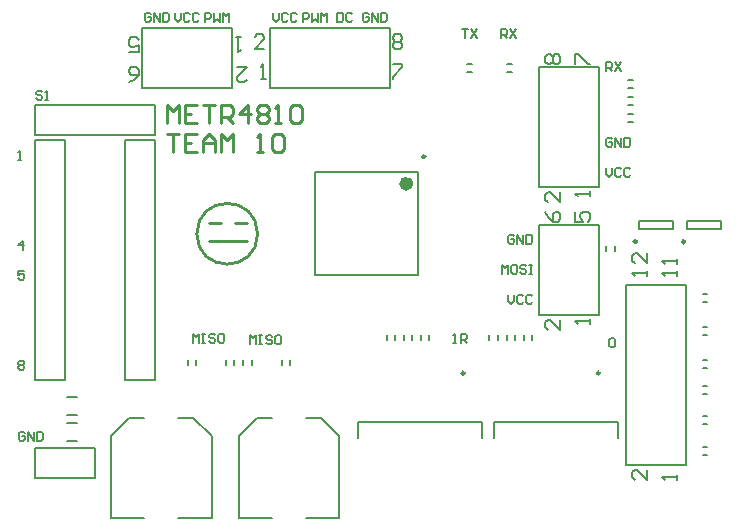
<source format=gto>
G04 Layer_Color=65535*
%FSLAX24Y24*%
%MOIN*%
G70*
G01*
G75*
%ADD21C,0.0100*%
%ADD27C,0.0098*%
%ADD28C,0.0236*%
%ADD29C,0.0079*%
%ADD30C,0.0080*%
%ADD31C,0.0050*%
D21*
X6512Y9600D02*
G03*
X6512Y9600I-1012J0D01*
G01*
X4900Y9950D02*
X5300D01*
X5750D02*
X6150D01*
X4900Y9350D02*
X6150D01*
X3489Y13279D02*
Y13879D01*
X3689Y13679D01*
X3889Y13879D01*
Y13279D01*
X4489Y13879D02*
X4089D01*
Y13279D01*
X4489D01*
X4089Y13579D02*
X4289D01*
X4689Y13879D02*
X5088D01*
X4889D01*
Y13279D01*
X5288D02*
Y13879D01*
X5588D01*
X5688Y13779D01*
Y13579D01*
X5588Y13479D01*
X5288D01*
X5488D02*
X5688Y13279D01*
X6188D02*
Y13879D01*
X5888Y13579D01*
X6288D01*
X6488Y13779D02*
X6588Y13879D01*
X6788D01*
X6888Y13779D01*
Y13679D01*
X6788Y13579D01*
X6888Y13479D01*
Y13379D01*
X6788Y13279D01*
X6588D01*
X6488Y13379D01*
Y13479D01*
X6588Y13579D01*
X6488Y13679D01*
Y13779D01*
X6588Y13579D02*
X6788D01*
X7088Y13279D02*
X7288D01*
X7188D01*
Y13879D01*
X7088Y13779D01*
X7588D02*
X7688Y13879D01*
X7888D01*
X7988Y13779D01*
Y13379D01*
X7888Y13279D01*
X7688D01*
X7588Y13379D01*
Y13779D01*
X3489Y12919D02*
X3889D01*
X3689D01*
Y12319D01*
X4489Y12919D02*
X4089D01*
Y12319D01*
X4489D01*
X4089Y12619D02*
X4289D01*
X4689Y12319D02*
Y12719D01*
X4889Y12919D01*
X5088Y12719D01*
Y12319D01*
Y12619D01*
X4689D01*
X5288Y12319D02*
Y12919D01*
X5488Y12719D01*
X5688Y12919D01*
Y12319D01*
X6488D02*
X6688D01*
X6588D01*
Y12919D01*
X6488Y12819D01*
X6988D02*
X7088Y12919D01*
X7288D01*
X7388Y12819D01*
Y12419D01*
X7288Y12319D01*
X7088D01*
X6988Y12419D01*
Y12819D01*
D27*
X19150Y9337D02*
G03*
X19150Y9337I-49J0D01*
G01*
X20756D02*
G03*
X20756Y9337I-49J0D01*
G01*
X17922Y4954D02*
G03*
X17922Y4954I-49J0D01*
G01*
X13413D02*
G03*
X13413Y4954I-49J0D01*
G01*
X12099Y12174D02*
G03*
X12099Y12174I-49J0D01*
G01*
D28*
X11587Y11269D02*
G03*
X11587Y11269I-118J0D01*
G01*
D29*
X21347Y2212D02*
X21505D01*
X21347Y2488D02*
X21505D01*
X21347Y3262D02*
X21505D01*
X21347Y3538D02*
X21505D01*
X21347Y4262D02*
X21505D01*
X21347Y4538D02*
X21505D01*
X21347Y5112D02*
X21505D01*
X21347Y5388D02*
X21505D01*
X21347Y6212D02*
X21505D01*
X21347Y6488D02*
X21505D01*
X21347Y7312D02*
X21505D01*
X21347Y7588D02*
X21505D01*
X164Y3278D02*
X479D01*
X164Y2688D02*
X479D01*
X14517Y6058D02*
Y6216D01*
X14241Y6058D02*
Y6216D01*
X1632Y121D02*
Y2858D01*
Y121D02*
X2734D01*
X3876D02*
X4978D01*
Y2858D01*
X2242Y3468D02*
X2734D01*
X1632Y2858D02*
X2242Y3468D01*
X4368D02*
X4978Y2858D01*
X3876Y3468D02*
X4368D01*
X5886Y121D02*
Y2858D01*
Y121D02*
X6988D01*
X8130D02*
X9232D01*
Y2858D01*
X6496Y3468D02*
X6988D01*
X5886Y2858D02*
X6496Y3468D01*
X8622D02*
X9232Y2858D01*
X8130Y3468D02*
X8622D01*
X15090Y6058D02*
Y6216D01*
X14814Y6058D02*
Y6216D01*
X20360Y9760D02*
Y10016D01*
X19218D02*
X20360D01*
X19218Y9760D02*
Y10016D01*
Y9760D02*
X20360D01*
X21966D02*
Y10016D01*
X20825D02*
X21966D01*
X20825Y9760D02*
Y10016D01*
Y9760D02*
X21966D01*
X15662Y6058D02*
Y6216D01*
X15387Y6058D02*
Y6216D01*
X18517Y2789D02*
Y3340D01*
X14383D02*
X18517D01*
X14383Y2789D02*
Y3340D01*
X18794Y1900D02*
X20794D01*
X18794D02*
Y7900D01*
X20794D01*
Y1900D02*
Y7900D01*
X11660Y6058D02*
Y6216D01*
X11385Y6058D02*
Y6216D01*
X12233Y6058D02*
Y6216D01*
X11957Y6058D02*
Y6216D01*
X11088Y6058D02*
Y6216D01*
X10812Y6058D02*
Y6216D01*
X14007Y2789D02*
Y3340D01*
X9874D02*
X14007D01*
X9874Y2789D02*
Y3340D01*
X89Y4719D02*
Y12719D01*
X-911D02*
X89D01*
X-911Y4719D02*
Y12719D01*
Y4719D02*
X89D01*
X3089D02*
Y12719D01*
X2089D02*
X3089D01*
X2089Y4719D02*
Y12719D01*
Y4719D02*
X3089D01*
X6313Y5221D02*
Y5379D01*
X6038Y5221D02*
Y5379D01*
X17900Y7983D02*
Y9900D01*
Y6900D02*
Y9900D01*
X15900Y6900D02*
Y9900D01*
Y6900D02*
X17900D01*
X15900Y9900D02*
X17900D01*
X5465Y5221D02*
Y5379D01*
X5741Y5221D02*
Y5379D01*
X4458Y5221D02*
Y5379D01*
X4182Y5221D02*
Y5379D01*
X164Y4166D02*
X479D01*
X164Y3575D02*
X479D01*
X2650Y16445D02*
X4567D01*
X2650D02*
X5650D01*
X2650Y14445D02*
X5650D01*
Y16445D01*
X2650Y14445D02*
Y16445D01*
X15900Y15150D02*
X17900D01*
X15900Y11150D02*
X17900D01*
X15900D02*
Y15150D01*
X17900Y11150D02*
Y15150D01*
X18138Y9026D02*
Y9183D01*
X18413Y9026D02*
Y9183D01*
X-911Y1450D02*
X1089D01*
Y2450D01*
X-911D02*
X1089D01*
X-911Y1450D02*
Y2450D01*
X10910Y14445D02*
Y16445D01*
X6910Y14445D02*
Y16445D01*
X10910D01*
X6910Y14445D02*
X10910D01*
X18853Y14462D02*
X19010D01*
X18853Y14738D02*
X19010D01*
X13498Y14980D02*
X13655D01*
X13498Y15255D02*
X13655D01*
X14838Y14980D02*
X14996D01*
X14838Y15255D02*
X14996D01*
X7321Y5221D02*
Y5379D01*
X7596Y5221D02*
Y5379D01*
X18853Y14165D02*
X19010D01*
X18853Y13890D02*
X19010D01*
X18853Y13317D02*
X19010D01*
X18853Y13593D02*
X19010D01*
X8437Y11663D02*
X11863D01*
X8437Y8237D02*
X11863D01*
Y11663D01*
X8437Y8237D02*
Y11663D01*
X3089Y12898D02*
Y13898D01*
X-911Y12898D02*
X3089D01*
X-911Y13898D02*
X3089D01*
X-911Y12898D02*
Y13898D01*
D30*
X19494Y1733D02*
Y1400D01*
X19161Y1733D01*
X19078D01*
X18994Y1650D01*
Y1483D01*
X19078Y1400D01*
X20494D02*
Y1567D01*
Y1483D01*
X19994D01*
X20078Y1400D01*
X20494Y8200D02*
Y8367D01*
Y8283D01*
X19994D01*
X20078Y8200D01*
X20494Y8600D02*
Y8767D01*
Y8683D01*
X19994D01*
X20078Y8600D01*
X19494Y8200D02*
Y8367D01*
Y8283D01*
X18994D01*
X19078Y8200D01*
X19494Y8950D02*
Y8617D01*
X19161Y8950D01*
X19078D01*
X18994Y8866D01*
Y8700D01*
X19078Y8617D01*
X17600Y6600D02*
Y6767D01*
Y6683D01*
X17100D01*
X17183Y6600D01*
X16600Y6733D02*
Y6400D01*
X16267Y6733D01*
X16183D01*
X16100Y6650D01*
Y6483D01*
X16183Y6400D01*
X17100Y10333D02*
Y10000D01*
X17350D01*
X17267Y10167D01*
Y10250D01*
X17350Y10333D01*
X17517D01*
X17600Y10250D01*
Y10083D01*
X17517Y10000D01*
X16100Y10333D02*
X16183Y10167D01*
X16350Y10000D01*
X16517D01*
X16600Y10083D01*
Y10250D01*
X16517Y10333D01*
X16433D01*
X16350Y10250D01*
Y10000D01*
X5950Y16145D02*
X5783D01*
X5867D01*
Y15645D01*
X5950Y15728D01*
X5817Y15145D02*
X6150D01*
X5817Y14812D01*
Y14728D01*
X5900Y14645D01*
X6067D01*
X6150Y14728D01*
X2217Y15645D02*
X2550D01*
Y15895D01*
X2383Y15812D01*
X2300D01*
X2217Y15895D01*
Y16062D01*
X2300Y16145D01*
X2467D01*
X2550Y16062D01*
X2217Y14645D02*
X2383Y14728D01*
X2550Y14895D01*
Y15062D01*
X2467Y15145D01*
X2300D01*
X2217Y15062D01*
Y14978D01*
X2300Y14895D01*
X2550D01*
X16183Y15250D02*
X16100Y15333D01*
Y15500D01*
X16183Y15583D01*
X16267D01*
X16350Y15500D01*
X16433Y15583D01*
X16517D01*
X16600Y15500D01*
Y15333D01*
X16517Y15250D01*
X16433D01*
X16350Y15333D01*
X16267Y15250D01*
X16183D01*
X16350Y15333D02*
Y15500D01*
X17100Y15250D02*
Y15583D01*
X17183D01*
X17517Y15250D01*
X17600D01*
Y10850D02*
Y11017D01*
Y10933D01*
X17100D01*
X17183Y10850D01*
X16600Y10983D02*
Y10650D01*
X16267Y10983D01*
X16183D01*
X16100Y10900D01*
Y10733D01*
X16183Y10650D01*
X11010Y16161D02*
X11093Y16245D01*
X11260D01*
X11343Y16161D01*
Y16078D01*
X11260Y15995D01*
X11343Y15911D01*
Y15828D01*
X11260Y15745D01*
X11093D01*
X11010Y15828D01*
Y15911D01*
X11093Y15995D01*
X11010Y16078D01*
Y16161D01*
X11093Y15995D02*
X11260D01*
X11010Y15245D02*
X11343D01*
Y15161D01*
X11010Y14828D01*
Y14745D01*
X6610D02*
X6777D01*
X6693D01*
Y15245D01*
X6610Y15161D01*
X6743Y15745D02*
X6410D01*
X6743Y16078D01*
Y16161D01*
X6660Y16245D01*
X6493D01*
X6410Y16161D01*
D31*
X15070Y9510D02*
X15020Y9560D01*
X14920D01*
X14870Y9510D01*
Y9310D01*
X14920Y9260D01*
X15020D01*
X15070Y9310D01*
Y9410D01*
X14970D01*
X15170Y9260D02*
Y9560D01*
X15370Y9260D01*
Y9560D01*
X15470D02*
Y9260D01*
X15620D01*
X15670Y9310D01*
Y9510D01*
X15620Y9560D01*
X15470D01*
X14670Y8260D02*
Y8560D01*
X14770Y8460D01*
X14870Y8560D01*
Y8260D01*
X15120Y8560D02*
X15020D01*
X14970Y8510D01*
Y8310D01*
X15020Y8260D01*
X15120D01*
X15170Y8310D01*
Y8510D01*
X15120Y8560D01*
X15470Y8510D02*
X15420Y8560D01*
X15320D01*
X15270Y8510D01*
Y8460D01*
X15320Y8410D01*
X15420D01*
X15470Y8360D01*
Y8310D01*
X15420Y8260D01*
X15320D01*
X15270Y8310D01*
X15570Y8560D02*
X15670D01*
X15620D01*
Y8260D01*
X15570D01*
X15670D01*
X14870Y7560D02*
Y7360D01*
X14970Y7260D01*
X15070Y7360D01*
Y7560D01*
X15370Y7510D02*
X15320Y7560D01*
X15220D01*
X15170Y7510D01*
Y7310D01*
X15220Y7260D01*
X15320D01*
X15370Y7310D01*
X15670Y7510D02*
X15620Y7560D01*
X15520D01*
X15470Y7510D01*
Y7310D01*
X15520Y7260D01*
X15620D01*
X15670Y7310D01*
X13039Y5969D02*
X13139D01*
X13089D01*
Y6269D01*
X13039Y6219D01*
X13289Y5969D02*
Y6269D01*
X13439D01*
X13489Y6219D01*
Y6119D01*
X13439Y6069D01*
X13289D01*
X13389D02*
X13489Y5969D01*
X4355Y5960D02*
Y6260D01*
X4455Y6160D01*
X4555Y6260D01*
Y5960D01*
X4655Y6260D02*
X4755D01*
X4705D01*
Y5960D01*
X4655D01*
X4755D01*
X5105Y6210D02*
X5055Y6260D01*
X4955D01*
X4905Y6210D01*
Y6160D01*
X4955Y6110D01*
X5055D01*
X5105Y6060D01*
Y6010D01*
X5055Y5960D01*
X4955D01*
X4905Y6010D01*
X5355Y6260D02*
X5255D01*
X5205Y6210D01*
Y6010D01*
X5255Y5960D01*
X5355D01*
X5405Y6010D01*
Y6210D01*
X5355Y6260D01*
X6255Y5910D02*
Y6210D01*
X6355Y6110D01*
X6455Y6210D01*
Y5910D01*
X6555Y6210D02*
X6655D01*
X6605D01*
Y5910D01*
X6555D01*
X6655D01*
X7005Y6160D02*
X6955Y6210D01*
X6855D01*
X6805Y6160D01*
Y6110D01*
X6855Y6060D01*
X6955D01*
X7005Y6010D01*
Y5960D01*
X6955Y5910D01*
X6855D01*
X6805Y5960D01*
X7255Y6210D02*
X7155D01*
X7105Y6160D01*
Y5960D01*
X7155Y5910D01*
X7255D01*
X7305Y5960D01*
Y6160D01*
X7255Y6210D01*
X-1250Y2950D02*
X-1300Y3000D01*
X-1400D01*
X-1450Y2950D01*
Y2750D01*
X-1400Y2700D01*
X-1300D01*
X-1250Y2750D01*
Y2850D01*
X-1350D01*
X-1150Y2700D02*
Y3000D01*
X-950Y2700D01*
Y3000D01*
X-850D02*
Y2700D01*
X-700D01*
X-650Y2750D01*
Y2950D01*
X-700Y3000D01*
X-850D01*
X-1461Y12070D02*
X-1361D01*
X-1411D01*
Y12369D01*
X-1461Y12319D01*
Y5319D02*
X-1411Y5369D01*
X-1311D01*
X-1261Y5319D01*
Y5269D01*
X-1311Y5219D01*
X-1261Y5170D01*
Y5120D01*
X-1311Y5070D01*
X-1411D01*
X-1461Y5120D01*
Y5170D01*
X-1411Y5219D01*
X-1461Y5269D01*
Y5319D01*
X-1411Y5219D02*
X-1311D01*
Y9070D02*
Y9369D01*
X-1461Y9219D01*
X-1261D01*
X-661Y14319D02*
X-711Y14369D01*
X-811D01*
X-861Y14319D01*
Y14269D01*
X-811Y14219D01*
X-711D01*
X-661Y14169D01*
Y14119D01*
X-711Y14069D01*
X-811D01*
X-861Y14119D01*
X-561Y14069D02*
X-461D01*
X-511D01*
Y14369D01*
X-561Y14319D01*
X2950Y16910D02*
X2900Y16960D01*
X2800D01*
X2750Y16910D01*
Y16710D01*
X2800Y16660D01*
X2900D01*
X2950Y16710D01*
Y16810D01*
X2850D01*
X3050Y16660D02*
Y16960D01*
X3250Y16660D01*
Y16960D01*
X3350D02*
Y16660D01*
X3500D01*
X3550Y16710D01*
Y16910D01*
X3500Y16960D01*
X3350D01*
X3750D02*
Y16760D01*
X3850Y16660D01*
X3950Y16760D01*
Y16960D01*
X4250Y16910D02*
X4200Y16960D01*
X4100D01*
X4050Y16910D01*
Y16710D01*
X4100Y16660D01*
X4200D01*
X4250Y16710D01*
X4550Y16910D02*
X4500Y16960D01*
X4400D01*
X4350Y16910D01*
Y16710D01*
X4400Y16660D01*
X4500D01*
X4550Y16710D01*
X4750Y16660D02*
Y16960D01*
X4900D01*
X4950Y16910D01*
Y16810D01*
X4900Y16760D01*
X4750D01*
X5050Y16960D02*
Y16660D01*
X5150Y16760D01*
X5250Y16660D01*
Y16960D01*
X5350Y16660D02*
Y16960D01*
X5450Y16860D01*
X5550Y16960D01*
Y16660D01*
X7010Y16960D02*
Y16760D01*
X7110Y16660D01*
X7210Y16760D01*
Y16960D01*
X7510Y16910D02*
X7460Y16960D01*
X7360D01*
X7310Y16910D01*
Y16710D01*
X7360Y16660D01*
X7460D01*
X7510Y16710D01*
X7810Y16910D02*
X7760Y16960D01*
X7660D01*
X7610Y16910D01*
Y16710D01*
X7660Y16660D01*
X7760D01*
X7810Y16710D01*
X8010Y16660D02*
Y16960D01*
X8160D01*
X8210Y16910D01*
Y16810D01*
X8160Y16760D01*
X8010D01*
X8310Y16960D02*
Y16660D01*
X8410Y16760D01*
X8510Y16660D01*
Y16960D01*
X8610Y16660D02*
Y16960D01*
X8710Y16860D01*
X8810Y16960D01*
Y16660D01*
X9160Y16960D02*
Y16660D01*
X9310D01*
X9360Y16710D01*
Y16910D01*
X9310Y16960D01*
X9160D01*
X9660Y16910D02*
X9610Y16960D01*
X9510D01*
X9460Y16910D01*
Y16710D01*
X9510Y16660D01*
X9610D01*
X9660Y16710D01*
X10210Y16910D02*
X10160Y16960D01*
X10060D01*
X10010Y16910D01*
Y16710D01*
X10060Y16660D01*
X10160D01*
X10210Y16710D01*
Y16810D01*
X10110D01*
X10310Y16660D02*
Y16960D01*
X10510Y16660D01*
Y16960D01*
X10610D02*
Y16660D01*
X10760D01*
X10810Y16710D01*
Y16910D01*
X10760Y16960D01*
X10610D01*
X13339Y16419D02*
X13539D01*
X13439D01*
Y16119D01*
X13639Y16419D02*
X13839Y16119D01*
Y16419D02*
X13639Y16119D01*
X14639D02*
Y16419D01*
X14789D01*
X14839Y16369D01*
Y16269D01*
X14789Y16219D01*
X14639D01*
X14739D02*
X14839Y16119D01*
X14939Y16419D02*
X15139Y16119D01*
Y16419D02*
X14939Y16119D01*
X18139Y15010D02*
Y15310D01*
X18289D01*
X18339Y15260D01*
Y15160D01*
X18289Y15110D01*
X18139D01*
X18239D02*
X18339Y15010D01*
X18439Y15310D02*
X18639Y15010D01*
Y15310D02*
X18439Y15010D01*
X18339Y12750D02*
X18289Y12800D01*
X18189D01*
X18139Y12750D01*
Y12550D01*
X18189Y12500D01*
X18289D01*
X18339Y12550D01*
Y12650D01*
X18239D01*
X18439Y12500D02*
Y12800D01*
X18639Y12500D01*
Y12800D01*
X18739D02*
Y12500D01*
X18889D01*
X18939Y12550D01*
Y12750D01*
X18889Y12800D01*
X18739D01*
X18139Y11800D02*
Y11600D01*
X18239Y11500D01*
X18339Y11600D01*
Y11800D01*
X18639Y11750D02*
X18589Y11800D01*
X18489D01*
X18439Y11750D01*
Y11550D01*
X18489Y11500D01*
X18589D01*
X18639Y11550D01*
X18939Y11750D02*
X18889Y11800D01*
X18789D01*
X18739Y11750D01*
Y11550D01*
X18789Y11500D01*
X18889D01*
X18939Y11550D01*
X-1261Y8369D02*
X-1461D01*
Y8219D01*
X-1361Y8269D01*
X-1311D01*
X-1261Y8219D01*
Y8120D01*
X-1311Y8070D01*
X-1411D01*
X-1461Y8120D01*
X18239Y6069D02*
X18289Y6119D01*
X18389D01*
X18439Y6069D01*
Y5869D01*
X18389Y5819D01*
X18289D01*
X18239Y5869D01*
Y6069D01*
M02*

</source>
